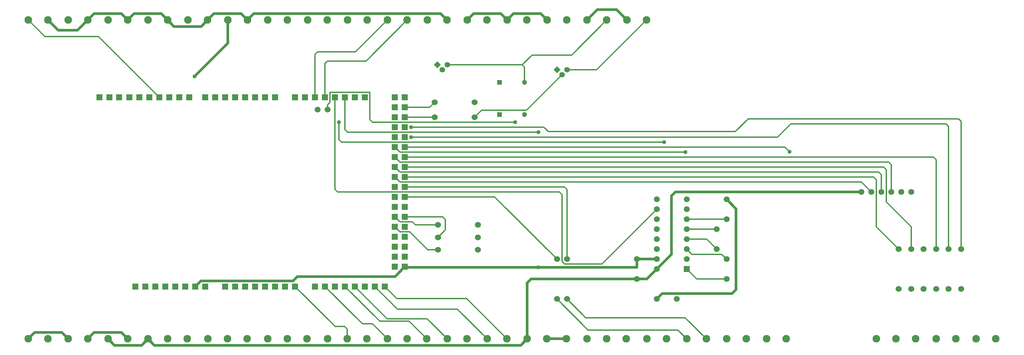
<source format=gbr>
G04 DipTrace 3.3.1.3*
G04 Top.gbr*
%MOIN*%
G04 #@! TF.FileFunction,Copper,L1,Top*
G04 #@! TF.Part,Single*
%AMOUTLINE0*
4,1,4,
0.0,-0.035433,
-0.035433,0.0,
0.0,0.035433,
0.035433,0.0,
0.0,-0.035433,
0*%
G04 #@! TA.AperFunction,Conductor*
%ADD15C,0.025984*%
%ADD16C,0.012992*%
G04 #@! TA.AperFunction,ComponentPad*
%ADD18C,0.059055*%
%ADD21C,0.076772*%
%ADD22R,0.059055X0.059055*%
%ADD23R,0.05X0.05*%
%ADD24C,0.05*%
%ADD25C,0.06*%
%ADD26C,0.06*%
%ADD27C,0.059055*%
%ADD28C,0.055118*%
G04 #@! TA.AperFunction,ViaPad*
%ADD29C,0.04*%
G04 #@! TA.AperFunction,ComponentPad*
%ADD64OUTLINE0*%
%FSLAX26Y26*%
G04*
G70*
G90*
G75*
G01*
G04 Top*
%LPD*%
X5013058Y3867979D2*
D15*
X5077429Y3932351D1*
X5348686D1*
X5413058Y3867979D1*
X6213058D2*
X6316405Y3971327D1*
X6509710D1*
X6613058Y3867979D1*
X5413058D2*
X5477429Y3932351D1*
X5748686D1*
X5813058Y3867979D1*
X1413058Y667979D2*
X1477430Y603607D1*
X1748685D1*
X1813058Y667979D1*
X2281572Y3303355D2*
X2613058Y3634840D1*
Y3867979D1*
X1013058Y667979D2*
X948686Y732351D1*
X677429D1*
X613058Y667979D1*
X6913058Y1367979D2*
X7060858Y1515780D1*
Y2104001D1*
X7099837Y2142979D1*
X8963058D1*
X6713058Y1267979D2*
X6813058D1*
X6913058Y1367979D1*
X5613058Y667979D2*
Y1229000D1*
X5652037Y1267979D1*
X6713058D1*
X1813058Y667979D2*
X1877430Y603607D1*
X5548685D1*
X5613058Y667979D1*
X7613058Y2067979D2*
X7707548Y1973488D1*
Y1162468D1*
X7668572Y1123492D1*
X6968570D1*
X6913058Y1067979D1*
Y1467979D2*
X6713058D1*
X809908Y3867979D2*
X913257Y3764630D1*
X1106559D1*
X1209908Y3867979D1*
Y667979D2*
X1274280Y732351D1*
X1545536D1*
X1609908Y667979D1*
X5809908D2*
X6006759D1*
X4388058Y1392979D2*
X4289043Y1293965D1*
X3311781D1*
X3266308Y1248492D1*
X2343570D1*
X2288058Y1192979D1*
X5725029Y1385933D2*
X4395104D1*
X4388058Y1392979D1*
X6713058Y1467979D2*
Y1385933D1*
X5725029D1*
X2809908Y3867979D2*
X2874280Y3932351D1*
X4745536D1*
X4809908Y3867979D1*
X2409908D2*
X2474280Y3932351D1*
X2745536D1*
X2809908Y3867979D1*
X2009908D2*
X2074280Y3803607D1*
X2345536D1*
X2409908Y3867979D1*
X1609908D2*
X1674280Y3932351D1*
X1945536D1*
X2009908Y3867979D1*
X1209908D2*
X1274280Y3932351D1*
X1545536D1*
X1609908Y3867979D1*
X5588058Y3242979D2*
D16*
Y3394357D1*
X5564438Y3417977D1*
X5663464Y3517003D1*
X6058932D1*
X6409908Y3867979D1*
X5564438Y3417977D2*
X5320879D1*
X5320876Y3417979D1*
X4813058D1*
X4450580Y2792981D2*
X5781563D1*
X5827040Y2747504D1*
X7699079D1*
X7828808Y2877233D1*
X9937072D1*
X9963058Y2851247D1*
Y1567979D1*
X5088058Y2892979D2*
X5157547Y2962469D1*
X5607547D1*
X5963058Y3317979D1*
X4688058Y2892979D2*
X4388058D1*
X6013058Y3367979D2*
X6309908D1*
X6809908Y3867979D1*
X4688058Y3042979D2*
X4638058Y2992979D1*
X4388058D1*
X5409908Y667979D2*
X5005383Y1072504D1*
X4308533D1*
X4188058Y1192979D1*
X5213058Y667979D2*
X4913924Y967113D1*
X4313924D1*
X4088058Y1192979D1*
X7613058Y1267979D2*
X7313058D1*
X7213058Y1367979D1*
X4213058Y3867979D2*
X3893690Y3548612D1*
X3514044D1*
X3488058Y3522625D1*
Y3092979D1*
X4409908Y3867979D2*
X3999176Y3457247D1*
X3614045D1*
X3588058Y3431259D1*
Y3092979D1*
X7613058Y1467979D2*
X7564041Y1516996D1*
X7264041D1*
X7213058Y1567979D1*
X7513058D2*
X7413058Y1667979D1*
X7213058D1*
X7513058Y1767979D2*
X7213058D1*
X7613058Y1867979D2*
X7213058D1*
X5913058Y1467979D2*
X5288058Y2092979D1*
X4388058D1*
X4718701Y1686399D2*
X4794174Y1761872D1*
Y1866993D1*
X4768188Y1892979D1*
X4388058D1*
X4718701Y1811399D2*
X4494177D1*
X4463580Y1841996D1*
X4339041D1*
X4288058Y1892979D1*
X613058Y3867979D2*
X779371Y3701666D1*
X1317371D1*
X1926058Y3092979D1*
X4718701Y1561399D2*
X4617673D1*
X4437076Y1741996D1*
X4339041D1*
X4288058Y1792979D1*
X4450580Y2692981D2*
X8124163D1*
X8256446Y2825264D1*
X9812073D1*
X9838058Y2799279D1*
Y1567979D1*
X4388058Y2392979D2*
X9186092D1*
X9212076Y2366995D1*
Y2043548D1*
X9463058Y1792566D1*
Y1567979D1*
X8242273Y2547213D2*
X8196507Y2592979D1*
X4388058D1*
Y2492979D2*
X9687072D1*
X9713058Y2466993D1*
Y1567979D1*
X4388058Y2292979D2*
X9086092D1*
X9112076Y2266995D1*
Y1793960D1*
X9338058Y1567979D1*
X4813058Y667979D2*
X4610804Y870233D1*
X4210804D1*
X3888058Y1192979D1*
X4606759Y667979D2*
X4430490Y844248D1*
X4136789D1*
X3788058Y1192979D1*
X4213058Y667979D2*
X4062773Y818264D1*
X3962773D1*
X3588058Y1192979D1*
X3809908Y667979D2*
Y766295D1*
X3783923Y792280D1*
X3688757D1*
X3288058Y1192979D1*
X6988060Y2641996D2*
X3753533D1*
X3727548Y2667981D1*
Y2841996D1*
X5494564D2*
X4063061D1*
X4037076Y2867981D1*
Y3141996D1*
X3637076D1*
Y3041015D1*
X3613058Y3016996D1*
Y2967979D1*
X3688058Y3092979D2*
Y2167979D1*
X3714041Y2141996D1*
X5936564D1*
X5962548Y2116012D1*
Y1444399D1*
X5988533Y1418414D1*
X6363492D1*
X6913058Y1967979D1*
X5726847Y2741996D2*
X3814042D1*
X3788058Y2767980D1*
Y3092979D1*
X5913058Y1067979D2*
X6224157Y756880D1*
X7124157D1*
X7213058Y667979D1*
X6013058Y1067979D2*
X6200615Y880422D1*
X7197465D1*
X7409908Y667979D1*
X4388058Y2192979D2*
X5987072D1*
X6013058Y2166993D1*
Y1467979D1*
X7199958Y2541996D2*
X4339041D1*
X4288058Y2592979D1*
Y2492979D2*
X4339041Y2441996D1*
X9237072D1*
X9263058Y2416010D1*
Y2142979D1*
X4288058Y2392979D2*
X4339041Y2341996D1*
X9137072D1*
X9163058Y2316010D1*
Y2142979D1*
X4288058Y2292979D2*
X4339041Y2241996D1*
X8964041D1*
X9063058Y2142979D1*
D29*
X2281572Y3303355D3*
X5725029Y1385933D3*
X4450580Y2792981D3*
Y2692981D3*
X8242273Y2547213D3*
X3727548Y2841996D3*
X6988060Y2641996D3*
X5494564Y2841996D3*
X5726847Y2741996D3*
X7199958Y2541996D3*
D21*
X2613058Y3867979D3*
X2809908D3*
X3013058D3*
X3209908D3*
X3413058D3*
X3609908D3*
X6213058D3*
X6409908D3*
X613058Y667979D3*
X809908D3*
X6613058Y3867979D3*
X6809908D3*
X4613058D3*
X4809908D3*
D22*
X4388058Y1392979D3*
Y1492979D3*
Y1592979D3*
Y1692979D3*
Y1792979D3*
Y1892979D3*
Y1992979D3*
Y2092979D3*
Y2192979D3*
Y2292979D3*
Y2392979D3*
Y2492979D3*
Y2592979D3*
Y2692979D3*
Y2792979D3*
Y2892979D3*
Y2992979D3*
X4288058Y3092979D3*
Y1392979D3*
Y1492979D3*
Y1592979D3*
Y1692979D3*
Y1792979D3*
Y1892979D3*
Y1992979D3*
Y2092979D3*
Y2192979D3*
Y2292979D3*
Y2392979D3*
Y2492979D3*
Y2592979D3*
Y2692979D3*
Y2792979D3*
Y2892979D3*
Y2992979D3*
X4388058Y3092979D3*
X2188058Y1192979D3*
X1988058D3*
X1888058D3*
X1788058D3*
X1688058D3*
X3088058D3*
X2988058D3*
X2888058D3*
X2788058D3*
X2688058D3*
X2588058D3*
X2226058Y3092979D3*
X2126058D3*
X2026058D3*
X1926058D3*
X1826058D3*
X1726058D3*
X1626058D3*
X1525058D3*
X1426058D3*
X1326058D3*
X3088058D3*
X2988058D3*
X2888058D3*
X2788058D3*
X2688058D3*
X2588058D3*
X2488058D3*
X2388058D3*
X3288058D3*
X3388058D3*
X3488058D3*
X3588058D3*
X3688058D3*
X3788058D3*
X3888058D3*
X3988058D3*
X3188058Y1192979D3*
X3288058D3*
X3488058D3*
X3588058D3*
X3688058D3*
X3788058D3*
X3888058D3*
X3988058D3*
X4088058D3*
X4188058D3*
X2088058D3*
X2388058D3*
X2288058D3*
D21*
X1013058Y3867979D3*
X1209908D3*
D23*
X5338058Y3242979D3*
D24*
X5588058D3*
D21*
X9113058Y667979D3*
X9309908D3*
X9506759D3*
X5013058Y3867979D3*
X5209908D3*
X5413058D3*
X5609908D3*
X5813058D3*
X6009908D3*
X1013058Y667979D3*
X1209908D3*
X1413058D3*
X1609908D3*
X1813058D3*
X2009908D3*
X2206759D3*
X1413058Y3867979D3*
X1609908D3*
D25*
X5088058Y3042979D3*
D26*
X4688058D3*
D23*
X5338058Y2917979D3*
D24*
X5588058D3*
D21*
X6813058Y667979D3*
X7009908D3*
X5613058D3*
X5809908D3*
X6006759D3*
X6213058D3*
X6409908D3*
X6606759D3*
X7213058D3*
X7409908D3*
X7613058D3*
X7809908D3*
X8013058D3*
X8209908D3*
X2413058D3*
X2609908D3*
X2806759D3*
D22*
X7213058Y1367979D3*
D27*
Y1467979D3*
Y1567979D3*
Y1667979D3*
Y1767979D3*
Y1867979D3*
Y1967979D3*
Y2067979D3*
X6913058D3*
Y1967979D3*
Y1867979D3*
Y1767979D3*
Y1667979D3*
Y1567979D3*
Y1467979D3*
Y1367979D3*
D25*
X9463058Y1167979D3*
D26*
Y1567979D3*
D25*
X9338058Y1167979D3*
D26*
Y1567979D3*
D25*
X9588058Y1167979D3*
D26*
Y1567979D3*
D25*
X9713058Y1167979D3*
D26*
Y1567979D3*
D25*
X9838058Y1167979D3*
D26*
Y1567979D3*
D25*
X9963058Y1167979D3*
D26*
Y1567979D3*
D25*
X4688058Y2892979D3*
D26*
X5088058D3*
D25*
X4718701Y1811399D3*
D26*
X5118701D3*
D25*
X4718701Y1686399D3*
D26*
X5118701D3*
D25*
X4718701Y1561399D3*
D26*
X5118701D3*
D28*
X6013058Y3367979D3*
X5963058Y3317979D3*
D64*
X5913058Y3367979D3*
D28*
X4813058Y3417979D3*
X4763058Y3367979D3*
D64*
X4713058Y3417979D3*
D18*
X7613058Y1267979D3*
Y1467979D3*
X7513058Y1767979D3*
Y1567979D3*
X7613058Y1867979D3*
Y2067979D3*
X6713058Y1267979D3*
Y1467979D3*
X6913058Y1067979D3*
X7113058D3*
X3513058Y2967979D3*
X3613058D3*
D25*
X5913058Y1067979D3*
D26*
Y1467979D3*
D25*
X6013058Y1067979D3*
D26*
Y1467979D3*
D18*
X9463058Y2142979D3*
X8963058D3*
X9363058D3*
X9263058D3*
X9163058D3*
X9063058D3*
D21*
X613058Y3867979D3*
X809908D3*
X1813058D3*
X2009908D3*
X2213058D3*
X2409908D3*
X3813058D3*
X4009908D3*
X4213058D3*
X4409908D3*
X9713058Y667979D3*
X9909908D3*
X10113058D3*
X10309908D3*
X3013058D3*
X3209908D3*
X3406759D3*
X3613058D3*
X3809908D3*
X4006759D3*
X4213058D3*
X4409908D3*
X4606759D3*
X4813058D3*
X5009908D3*
X5213058D3*
X5409908D3*
M02*

</source>
